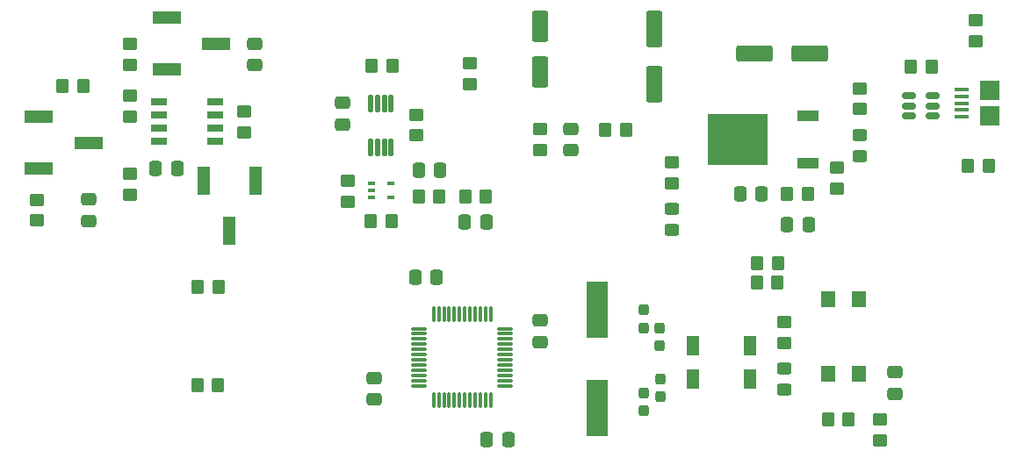
<source format=gbr>
%TF.GenerationSoftware,KiCad,Pcbnew,9.0.6*%
%TF.CreationDate,2025-12-08T21:22:16+01:00*%
%TF.ProjectId,AUPWSW,41555057-5357-42e6-9b69-6361645f7063,rev?*%
%TF.SameCoordinates,Original*%
%TF.FileFunction,Paste,Top*%
%TF.FilePolarity,Positive*%
%FSLAX46Y46*%
G04 Gerber Fmt 4.6, Leading zero omitted, Abs format (unit mm)*
G04 Created by KiCad (PCBNEW 9.0.6) date 2025-12-08 21:22:16*
%MOMM*%
%LPD*%
G01*
G04 APERTURE LIST*
G04 Aperture macros list*
%AMRoundRect*
0 Rectangle with rounded corners*
0 $1 Rounding radius*
0 $2 $3 $4 $5 $6 $7 $8 $9 X,Y pos of 4 corners*
0 Add a 4 corners polygon primitive as box body*
4,1,4,$2,$3,$4,$5,$6,$7,$8,$9,$2,$3,0*
0 Add four circle primitives for the rounded corners*
1,1,$1+$1,$2,$3*
1,1,$1+$1,$4,$5*
1,1,$1+$1,$6,$7*
1,1,$1+$1,$8,$9*
0 Add four rect primitives between the rounded corners*
20,1,$1+$1,$2,$3,$4,$5,0*
20,1,$1+$1,$4,$5,$6,$7,0*
20,1,$1+$1,$6,$7,$8,$9,0*
20,1,$1+$1,$8,$9,$2,$3,0*%
G04 Aperture macros list end*
%ADD10RoundRect,0.250000X0.475000X-0.337500X0.475000X0.337500X-0.475000X0.337500X-0.475000X-0.337500X0*%
%ADD11R,1.400000X1.600000*%
%ADD12RoundRect,0.250000X-0.450000X0.350000X-0.450000X-0.350000X0.450000X-0.350000X0.450000X0.350000X0*%
%ADD13RoundRect,0.250000X-0.475000X0.337500X-0.475000X-0.337500X0.475000X-0.337500X0.475000X0.337500X0*%
%ADD14RoundRect,0.250000X0.450000X-0.350000X0.450000X0.350000X-0.450000X0.350000X-0.450000X-0.350000X0*%
%ADD15R,2.100000X1.000000*%
%ADD16R,5.850000X4.900000*%
%ADD17RoundRect,0.250000X-0.350000X-0.450000X0.350000X-0.450000X0.350000X0.450000X-0.350000X0.450000X0*%
%ADD18R,1.525000X0.650000*%
%ADD19RoundRect,0.250000X-0.337500X-0.475000X0.337500X-0.475000X0.337500X0.475000X-0.337500X0.475000X0*%
%ADD20R,1.300000X1.900000*%
%ADD21RoundRect,0.125000X-0.125000X0.687500X-0.125000X-0.687500X0.125000X-0.687500X0.125000X0.687500X0*%
%ADD22R,1.350000X0.400000*%
%ADD23R,1.900000X1.900000*%
%ADD24RoundRect,0.237500X0.237500X-0.300000X0.237500X0.300000X-0.237500X0.300000X-0.237500X-0.300000X0*%
%ADD25RoundRect,0.100000X-0.225000X-0.100000X0.225000X-0.100000X0.225000X0.100000X-0.225000X0.100000X0*%
%ADD26RoundRect,0.250000X0.350000X0.450000X-0.350000X0.450000X-0.350000X-0.450000X0.350000X-0.450000X0*%
%ADD27RoundRect,0.237500X-0.237500X0.300000X-0.237500X-0.300000X0.237500X-0.300000X0.237500X0.300000X0*%
%ADD28RoundRect,0.250000X0.337500X0.475000X-0.337500X0.475000X-0.337500X-0.475000X0.337500X-0.475000X0*%
%ADD29R,2.800000X1.200000*%
%ADD30RoundRect,0.250000X0.450000X-0.325000X0.450000X0.325000X-0.450000X0.325000X-0.450000X-0.325000X0*%
%ADD31RoundRect,0.250000X0.550000X-1.500000X0.550000X1.500000X-0.550000X1.500000X-0.550000X-1.500000X0*%
%ADD32RoundRect,0.250000X-0.550000X1.250000X-0.550000X-1.250000X0.550000X-1.250000X0.550000X1.250000X0*%
%ADD33RoundRect,0.075000X0.662500X0.075000X-0.662500X0.075000X-0.662500X-0.075000X0.662500X-0.075000X0*%
%ADD34RoundRect,0.075000X0.075000X0.662500X-0.075000X0.662500X-0.075000X-0.662500X0.075000X-0.662500X0*%
%ADD35R,2.000000X5.500000*%
%ADD36R,1.200000X2.800000*%
%ADD37RoundRect,0.150000X0.512500X0.150000X-0.512500X0.150000X-0.512500X-0.150000X0.512500X-0.150000X0*%
%ADD38RoundRect,0.250000X1.500000X0.550000X-1.500000X0.550000X-1.500000X-0.550000X1.500000X-0.550000X0*%
G04 APERTURE END LIST*
D10*
%TO.C,C20*%
X189250000Y-88037500D03*
X189250000Y-85962500D03*
%TD*%
D11*
%TO.C,SW1*%
X185750000Y-86100000D03*
X182750000Y-86100000D03*
X185750000Y-78900000D03*
X182750000Y-78900000D03*
%TD*%
D12*
%TO.C,R21*%
X187750000Y-90500000D03*
X187750000Y-92500000D03*
%TD*%
D13*
%TO.C,C9*%
X158000000Y-62462500D03*
X158000000Y-64537500D03*
%TD*%
D14*
%TO.C,R27*%
X183600000Y-68200000D03*
X183600000Y-66200000D03*
%TD*%
D12*
%TO.C,R20*%
X155000000Y-62500000D03*
X155000000Y-64500000D03*
%TD*%
D15*
%TO.C,U5*%
X180850000Y-61220000D03*
X180850000Y-65780000D03*
D16*
X174050000Y-63500000D03*
%TD*%
D17*
%TO.C,Rmeas1*%
X138775000Y-56412500D03*
X140775000Y-56412500D03*
%TD*%
D18*
%TO.C,U4*%
X118288000Y-59892500D03*
X118288000Y-61162500D03*
X118288000Y-62432500D03*
X118288000Y-63702500D03*
X123712000Y-63702500D03*
X123712000Y-62432500D03*
X123712000Y-61162500D03*
X123712000Y-59892500D03*
%TD*%
D12*
%TO.C,R3*%
X136500000Y-67500000D03*
X136500000Y-69500000D03*
%TD*%
D14*
%TO.C,R25*%
X197000000Y-54000000D03*
X197000000Y-52000000D03*
%TD*%
D19*
%TO.C,C10*%
X143292500Y-66500000D03*
X145367500Y-66500000D03*
%TD*%
D13*
%TO.C,C7*%
X127500000Y-54235000D03*
X127500000Y-56310000D03*
%TD*%
D20*
%TO.C,Y2*%
X169716000Y-86614000D03*
X169716000Y-83414000D03*
X175216000Y-83414000D03*
X175216000Y-86614000D03*
%TD*%
D14*
%TO.C,R16*%
X185800000Y-60562500D03*
X185800000Y-58562500D03*
%TD*%
D12*
%TO.C,R10*%
X106500000Y-69322500D03*
X106500000Y-71322500D03*
%TD*%
D21*
%TO.C,U1*%
X140650000Y-60000000D03*
X140000000Y-60000000D03*
X139350000Y-60000000D03*
X138700000Y-60000000D03*
X138700000Y-64225000D03*
X139350000Y-64225000D03*
X140000000Y-64225000D03*
X140650000Y-64225000D03*
%TD*%
D10*
%TO.C,C11*%
X136000000Y-62037500D03*
X136000000Y-59962500D03*
%TD*%
D22*
%TO.C,J7*%
X195700000Y-61300000D03*
X195700000Y-60650000D03*
X195700000Y-60000000D03*
X195700000Y-59350000D03*
X195700000Y-58700000D03*
D23*
X198375000Y-61200000D03*
X198375000Y-58800000D03*
%TD*%
D17*
%TO.C,R7*%
X175927000Y-75438000D03*
X177927000Y-75438000D03*
%TD*%
%TO.C,R5*%
X143300000Y-69000000D03*
X145300000Y-69000000D03*
%TD*%
D24*
%TO.C,C5*%
X166573200Y-83410200D03*
X166573200Y-81685200D03*
%TD*%
D25*
%TO.C,U2*%
X138750000Y-67750000D03*
X138750000Y-68400000D03*
X138750000Y-69050000D03*
X140650000Y-69050000D03*
X140650000Y-67750000D03*
%TD*%
D26*
%TO.C,R26*%
X180850000Y-68720000D03*
X178850000Y-68720000D03*
%TD*%
D14*
%TO.C,R12*%
X115500000Y-61297500D03*
X115500000Y-59297500D03*
%TD*%
D27*
%TO.C,C3*%
X164973000Y-79937500D03*
X164973000Y-81662500D03*
%TD*%
D28*
%TO.C,C15*%
X151968300Y-92456000D03*
X149893300Y-92456000D03*
%TD*%
D29*
%TO.C,RV3*%
X106700000Y-61297500D03*
X111500000Y-63797500D03*
X106700000Y-66297500D03*
%TD*%
%TO.C,RV1*%
X119000000Y-51747500D03*
X123800000Y-54247500D03*
X119000000Y-56747500D03*
%TD*%
D14*
%TO.C,R15*%
X167700000Y-67700000D03*
X167700000Y-65700000D03*
%TD*%
D24*
%TO.C,C2*%
X164973000Y-89662500D03*
X164973000Y-87937500D03*
%TD*%
D10*
%TO.C,C14*%
X139052250Y-88582550D03*
X139052250Y-86507550D03*
%TD*%
D12*
%TO.C,R1*%
X143075000Y-61112500D03*
X143075000Y-63112500D03*
%TD*%
D14*
%TO.C,R11*%
X115500000Y-68797500D03*
X115500000Y-66797500D03*
%TD*%
D30*
%TO.C,D2*%
X185800000Y-65087500D03*
X185800000Y-63037500D03*
%TD*%
D17*
%TO.C,R8*%
X175911000Y-77343000D03*
X177911000Y-77343000D03*
%TD*%
D31*
%TO.C,C18*%
X166000000Y-58200000D03*
X166000000Y-52800000D03*
%TD*%
D13*
%TO.C,C6*%
X111500000Y-69285000D03*
X111500000Y-71360000D03*
%TD*%
D26*
%TO.C,FB1*%
X163300000Y-62600000D03*
X161300000Y-62600000D03*
%TD*%
D14*
%TO.C,R2*%
X148209000Y-58150000D03*
X148209000Y-56150000D03*
%TD*%
D32*
%TO.C,C8*%
X155000000Y-52580000D03*
X155000000Y-56980000D03*
%TD*%
D27*
%TO.C,C4*%
X166624000Y-86610600D03*
X166624000Y-88335600D03*
%TD*%
D14*
%TO.C,R14*%
X126500000Y-62822500D03*
X126500000Y-60822500D03*
%TD*%
D33*
%TO.C,U3*%
X151662500Y-87250000D03*
X151662500Y-86750000D03*
X151662500Y-86250000D03*
X151662500Y-85750000D03*
X151662500Y-85250000D03*
X151662500Y-84750000D03*
X151662500Y-84250000D03*
X151662500Y-83750000D03*
X151662500Y-83250000D03*
X151662500Y-82750000D03*
X151662500Y-82250000D03*
X151662500Y-81750000D03*
D34*
X150250000Y-80337500D03*
X149750000Y-80337500D03*
X149250000Y-80337500D03*
X148750000Y-80337500D03*
X148250000Y-80337500D03*
X147750000Y-80337500D03*
X147250000Y-80337500D03*
X146750000Y-80337500D03*
X146250000Y-80337500D03*
X145750000Y-80337500D03*
X145250000Y-80337500D03*
X144750000Y-80337500D03*
D33*
X143337500Y-81750000D03*
X143337500Y-82250000D03*
X143337500Y-82750000D03*
X143337500Y-83250000D03*
X143337500Y-83750000D03*
X143337500Y-84250000D03*
X143337500Y-84750000D03*
X143337500Y-85250000D03*
X143337500Y-85750000D03*
X143337500Y-86250000D03*
X143337500Y-86750000D03*
X143337500Y-87250000D03*
D34*
X144750000Y-88662500D03*
X145250000Y-88662500D03*
X145750000Y-88662500D03*
X146250000Y-88662500D03*
X146750000Y-88662500D03*
X147250000Y-88662500D03*
X147750000Y-88662500D03*
X148250000Y-88662500D03*
X148750000Y-88662500D03*
X149250000Y-88662500D03*
X149750000Y-88662500D03*
X150250000Y-88662500D03*
%TD*%
D19*
%TO.C,C16*%
X142959000Y-76835000D03*
X145034000Y-76835000D03*
%TD*%
D14*
%TO.C,R17*%
X178522000Y-83114000D03*
X178522000Y-81114000D03*
%TD*%
D35*
%TO.C,Y1*%
X160487000Y-89400000D03*
X160487000Y-79900000D03*
%TD*%
D36*
%TO.C,RV2*%
X127550000Y-67497500D03*
X125050000Y-72297500D03*
X122550000Y-67497500D03*
%TD*%
D14*
%TO.C,R13*%
X115500000Y-56272500D03*
X115500000Y-54272500D03*
%TD*%
D37*
%TO.C,U6*%
X192887500Y-61200000D03*
X192887500Y-60250000D03*
X192887500Y-59300000D03*
X190612500Y-59300000D03*
X190612500Y-60250000D03*
X190612500Y-61200000D03*
%TD*%
D30*
%TO.C,D3*%
X178562000Y-87639000D03*
X178562000Y-85589000D03*
%TD*%
D28*
%TO.C,C21*%
X180887500Y-71720000D03*
X178812500Y-71720000D03*
%TD*%
D26*
%TO.C,R24*%
X198250000Y-66000000D03*
X196250000Y-66000000D03*
%TD*%
D13*
%TO.C,C13*%
X155000000Y-80962500D03*
X155000000Y-83037500D03*
%TD*%
D26*
%TO.C,R23*%
X192750000Y-56500000D03*
X190750000Y-56500000D03*
%TD*%
D17*
%TO.C,R4*%
X138700000Y-71400000D03*
X140700000Y-71400000D03*
%TD*%
D19*
%TO.C,C1*%
X147762500Y-71500000D03*
X149837500Y-71500000D03*
%TD*%
D26*
%TO.C,R18*%
X123960000Y-87230000D03*
X121960000Y-87230000D03*
%TD*%
D38*
%TO.C,C17*%
X181050000Y-55220000D03*
X175650000Y-55220000D03*
%TD*%
D26*
%TO.C,R22*%
X184750000Y-90500000D03*
X182750000Y-90500000D03*
%TD*%
D28*
%TO.C,C12*%
X120037500Y-66297500D03*
X117962500Y-66297500D03*
%TD*%
%TO.C,C19*%
X176387500Y-68720000D03*
X174312500Y-68720000D03*
%TD*%
D17*
%TO.C,R9*%
X109000000Y-58322500D03*
X111000000Y-58322500D03*
%TD*%
%TO.C,R6*%
X147800000Y-69000000D03*
X149800000Y-69000000D03*
%TD*%
D30*
%TO.C,D1*%
X167700000Y-72225000D03*
X167700000Y-70175000D03*
%TD*%
D26*
%TO.C,R19*%
X124000000Y-77730000D03*
X122000000Y-77730000D03*
%TD*%
M02*

</source>
